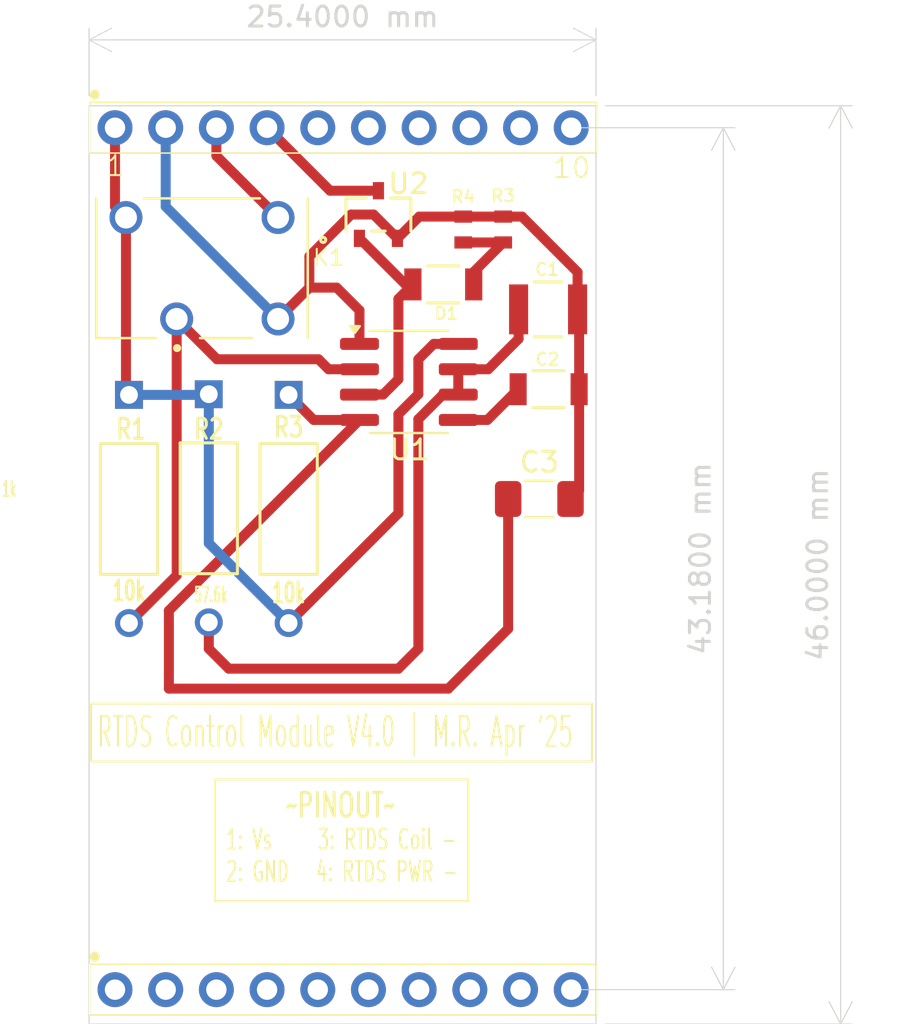
<source format=kicad_pcb>
(kicad_pcb (version 20240108) (generator "pcbnew") (generator_version "8.0")
  (layers (0 "F.Cu" signal) (31 "B.Cu" signal) (34 "B.Paste" user) (35 "F.Paste" user) (36 "B.SilkS" user "B.Silkscreen") (37 "F.SilkS" user "F.Silkscreen") (38 "B.Mask" user) (39 "F.Mask" user) (44 "Edge.Cuts" user))
  (net 0 "")
  (net 1 "Net-(U1-TR)")
  (net 2 "Net-(U1-GND)")
  (net 3 "Net-(U1-DIS)")
  (net 4 "Net-(D1-K)")
  (net 5 "Net-(D1-A)")
  (net 8 "Net-(J1-Pad3)")
  (net 9 "Net-(U2-D)")
  (net 14 "Net-(U1-CV)")
  (net 15 "Net-(U1-R)")
  (net 16 "RESET")
  (footprint "1k Resistor:STA_RMCF0603_STP-L" (layer "F.Cu") (at 68.25 30.5 90)
    (property "Reference" "R4" (at 1.64 0 0) (layer "F.SilkS") (effects (font (size 0.6 0.6) (thickness 0.1) (bold yes))))
    (property "Value" "1k")
    (pad "1" smd rect (at -0.6477 0 90) (size 0.6096 0.889) (layers "F.Cu" "F.Paste" "F.Mask") (net 4 "Net-(D1-K)"))
    (pad "2" smd rect (at 0.6477 0 90) (size 0.6096 0.889) (layers "F.Cu" "F.Paste" "F.Mask") (net 2 "Net-(U1-GND)"))
  )
  (footprint "Capacitor_SMD:C_1206_3216Metric_Pad1.33x1.80mm_HandSolder" (layer "F.Cu") (at 72.0625 44)
    (property "Reference" "C3" (at 0 -1.85 0) (layer "F.SilkS"))
    (property "Value" "10u")
    (fp_line (start -0.711252 -0.91) (end 0.711252 -0.91) (stroke (width 0.12)) (layer "F.SilkS"))
    (fp_line (start -0.711252 0.91) (end 0.711252 0.91) (stroke (width 0.12)) (layer "F.SilkS"))
    (pad "1" smd roundrect (at -1.5625 0) (size 1.325 1.8) (layers "F.Cu" "F.Paste" "F.Mask") (roundrect_rratio 0.188679) (net 16 "RESET"))
    (pad "2" smd roundrect (at 1.5625 0) (size 1.325 1.8) (layers "F.Cu" "F.Paste" "F.Mask") (roundrect_rratio 0.188679) (net 2 "Net-(U1-GND)"))
  )
  (footprint "NMOS:SOT23_INF" (layer "F.Cu") (at 64 29.75)
    (property "Reference" "U2" (at 1.5 -1.55 0) (layer "F.SilkS"))
    (property "Value" "IRLML2060TRPBF")
    (fp_line (start -1.6256 -0.8255) (end -1.6256 0.8255) (stroke (width 0.1524)) (layer "F.SilkS"))
    (fp_line (start -0.61214 -0.8255) (end -1.6256 -0.8255) (stroke (width 0.1524)) (layer "F.SilkS"))
    (fp_line (start -0.34036 0.8255) (end 0.34036 0.8255) (stroke (width 0.1524)) (layer "F.SilkS"))
    (fp_line (start 1.6256 -0.8255) (end 0.61214 -0.8255) (stroke (width 0.1524)) (layer "F.SilkS"))
    (fp_line (start 1.6256 0.8255) (end 1.6256 -0.8255) (stroke (width 0.1524)) (layer "F.SilkS"))
    (fp_circle (center -2.7686 1.27) (end -2.6416 1.27) (stroke (width 0.1524)) (fill none) (layer "F.SilkS"))
    (pad "1" smd rect (at -0.9525 1.1938) (size 0.5588 0.8636) (layers "F.Cu" "F.Paste" "F.Mask") (net 5 "Net-(D1-A)"))
    (pad "2" smd rect (at 0.9525 1.1938) (size 0.5588 0.8636) (layers "F.Cu" "F.Paste" "F.Mask") (net 2 "Net-(U1-GND)"))
    (pad "3" smd rect (at 0 -1.1938) (size 0.5588 0.8636) (layers "F.Cu" "F.Paste" "F.Mask") (net 9 "Net-(U2-D)"))
  )
  (footprint "Yellow RTDS LED:LED_AP3216SYD_KNB" (layer "F.Cu") (at 67.25 33.25 180)
    (property "Reference" "D1" (at -0.15 -1.45 0) (layer "F.SilkS") (effects (font (size 0.6 0.6) (thickness 0.1) (bold yes))))
    (property "Value" "LED (Test)")
    (fp_line (start 0.78465 -0.9271) (end -0.78465 -0.9271) (stroke (width 0.1524)) (layer "F.SilkS"))
    (fp_line (start -0.78465 0.9271) (end 0.78465 0.9271) (stroke (width 0.1524)) (layer "F.SilkS"))
    (pad "1" smd rect (at -1.524 0 180) (size 0.8636 1.6002) (layers "F.Cu" "F.Paste" "F.Mask") (net 4 "Net-(D1-K)"))
    (pad "2" smd rect (at 1.524 0 180) (size 0.8636 1.6002) (layers "F.Cu" "F.Paste" "F.Mask") (net 5 "Net-(D1-A)"))
  )
  (footprint "CF14JT10K0:STA_CF14_STP" (layer "F.Cu") (at 55.5 38.75 -90)
    (property "Reference" "R2" (at 1.75 0 0) (layer "F.SilkS") (effects (font (size 1 0.75))))
    (property "Value" "57.6k")
    (fp_line (start 2.4384 1.4351) (end 8.9916 1.4351) (stroke (width 0.1524)) (layer "F.SilkS"))
    (fp_line (start 8.9916 1.4351) (end 8.9916 -1.4351) (stroke (width 0.1524)) (layer "F.SilkS"))
    (fp_line (start 2.4384 -1.4351) (end 2.4384 1.4351) (stroke (width 0.1524)) (layer "F.SilkS"))
    (fp_line (start 8.9916 -1.4351) (end 2.4384 -1.4351) (stroke (width 0.1524)) (layer "F.SilkS"))
    (pad "1" thru_hole rect (at 0 0 270) (size 1.397 1.397) (drill 0.889) (layers "*.Cu" "*.Mask") (net 15 "Net-(U1-R)"))
    (pad "2" thru_hole circle (at 11.43 0 270) (size 1.397 1.397) (drill 0.889) (layers "*.Cu" "*.Mask") (net 3 "Net-(U1-DIS)"))
  )
  (footprint "RTDS Relay:RELAY_G6L-1P_DC5" (layer "F.Cu") (at 55.16 32.44)
    (property "Reference" "K1" (at 6.34 -0.54 0) (layer "F.SilkS") (effects (font (size 0.8 0.8) (thickness 0.1))))
    (property "Value" "G6L-1P_DC5")
    (fp_line (start -5.3 -3.5) (end -5.3 3.5) (stroke (width 0.127)) (layer "F.SilkS"))
    (fp_line (start -5.3 3.5) (end -2.3 3.5) (stroke (width 0.127)) (layer "F.SilkS"))
    (fp_line (start -0.1 3.5) (end 2.5 3.5) (stroke (width 0.127)) (layer "F.SilkS"))
    (fp_line (start 2.9 -3.5) (end -2.9 -3.5) (stroke (width 0.127)) (layer "F.SilkS"))
    (fp_line (start 5.3 3.5) (end 5.3 -3.5) (stroke (width 0.127)) (layer "F.SilkS"))
    (fp_circle (center -1.25 4) (end -1.15 4) (stroke (width 0.2)) (fill none) (layer "F.SilkS"))
    (pad "2" thru_hole circle (at -1.27 2.54) (size 1.65 1.65) (drill 1.1) (layers "*.Cu" "*.Mask") (net 1 "Net-(U1-TR)"))
    (pad "4" thru_hole circle (at 3.81 2.54) (size 1.65 1.65) (drill 1.1) (layers "*.Cu" "*.Mask") (net 2 "Net-(U1-GND)"))
    (pad "5" thru_hole circle (at 3.81 -2.54) (size 1.65 1.65) (drill 1.1) (layers "*.Cu" "*.Mask") (net 8 "Net-(J1-Pad3)"))
    (pad "8" thru_hole circle (at -3.81 -2.54) (size 1.65 1.65) (drill 1.1) (layers "*.Cu" "*.Mask") (net 15 "Net-(U1-R)"))
  )
  (footprint "10 pin output:1X10-2.54MM-THT" (layer "F.Cu") (at 50.8 68.58)
    (property "Reference" "J2" (hide yes))
    (property "Value" "PH1-10-UA")
    (fp_line (start -1.27 -1.27) (end -1.27 1.27) (stroke (width 0.0762)) (layer "F.SilkS"))
    (fp_line (start -1.27 -1.27) (end 24.13 -1.27) (stroke (width 0.0762)) (layer "F.SilkS"))
    (fp_line (start 24.13 -1.27) (end 24.13 1.27) (stroke (width 0.0762)) (layer "F.SilkS"))
    (fp_line (start 24.13 1.27) (end -1.27 1.27) (stroke (width 0.0762)) (layer "F.SilkS"))
    (fp_circle (center -1.016 -1.651) (end -0.762 -1.651) (fill solid) (layer "F.SilkS"))
    (pad "1" thru_hole circle (at 0 0) (size 1.75 1.75) (drill 1.02) (layers "*.Cu" "*.Mask"))
    (pad "2" thru_hole circle (at 2.54 0) (size 1.75 1.75) (drill 1.02) (layers "*.Cu" "*.Mask"))
    (pad "3" thru_hole circle (at 5.08 0) (size 1.75 1.75) (drill 1.02) (layers "*.Cu" "*.Mask"))
    (pad "4" thru_hole circle (at 7.62 0) (size 1.75 1.75) (drill 1.02) (layers "*.Cu" "*.Mask"))
    (pad "5" thru_hole circle (at 10.16 0) (size 1.75 1.75) (drill 1.02) (layers "*.Cu" "*.Mask"))
    (pad "6" thru_hole circle (at 12.7 0) (size 1.75 1.75) (drill 1.02) (layers "*.Cu" "*.Mask"))
    (pad "7" thru_hole circle (at 15.24 0) (size 1.75 1.75) (drill 1.02) (layers "*.Cu" "*.Mask"))
    (pad "8" thru_hole circle (at 17.78 0) (size 1.75 1.75) (drill 1.02) (layers "*.Cu" "*.Mask"))
    (pad "9" thru_hole circle (at 20.32 0) (size 1.75 1.75) (drill 1.02) (layers "*.Cu" "*.Mask"))
    (pad "10" thru_hole circle (at 22.86 0) (size 1.75 1.75) (drill 1.02) (layers "*.Cu" "*.Mask"))
  )
  (footprint "Capacitor 47u:CAP_CL32_SAM" (layer "F.Cu") (at 72.5 34.5)
    (property "Reference" "C1" (at -0.06 -2 0) (layer "F.SilkS") (effects (font (size 0.6 0.6) (thickness 0.1) (bold yes))))
    (property "Value" "47u")
    (fp_line (start -0.692451 1.377) (end 0.692451 1.377) (stroke (width 0.1524)) (layer "F.SilkS"))
    (fp_line (start 0.692451 -1.377) (end -0.692451 -1.377) (stroke (width 0.1524)) (layer "F.SilkS"))
    (pad "1" smd rect (at -1.477801 0) (size 0.9556 2.5) (layers "F.Cu" "F.Paste" "F.Mask") (net 3 "Net-(U1-DIS)"))
    (pad "2" smd rect (at 1.477801 0) (size 0.9556 2.5) (layers "F.Cu" "F.Paste" "F.Mask") (net 2 "Net-(U1-GND)"))
  )
  (footprint "CF14JT10K0:STA_CF14_STP" (layer "F.Cu") (at 51.5 38.785 -90)
    (property "Reference" "R1" (at 1.715 -0.1 0) (layer "F.SilkS") (effects (font (size 1 0.75))))
    (property "Value" "10k")
    (fp_line (start 2.4384 1.4351) (end 8.9916 1.4351) (stroke (width 0.1524)) (layer "F.SilkS"))
    (fp_line (start 8.9916 1.4351) (end 8.9916 -1.4351) (stroke (width 0.1524)) (layer "F.SilkS"))
    (fp_line (start 2.4384 -1.4351) (end 2.4384 1.4351) (stroke (width 0.1524)) (layer "F.SilkS"))
    (fp_line (start 8.9916 -1.4351) (end 2.4384 -1.4351) (stroke (width 0.1524)) (layer "F.SilkS"))
    (pad "1" thru_hole rect (at 0 0 270) (size 1.397 1.397) (drill 0.889) (layers "*.Cu" "*.Mask") (net 15 "Net-(U1-R)"))
    (pad "2" thru_hole circle (at 11.43 0 270) (size 1.397 1.397) (drill 0.889) (layers "*.Cu" "*.Mask") (net 1 "Net-(U1-TR)"))
  )
  (footprint "Package_SO:SOIC-8_3.9x4.9mm_P1.27mm" (layer "F.Cu") (at 65.525 38.135)
    (property "Reference" "U1" (at 0.04 3.4 0) (layer "F.SilkS"))
    (property "Value" "NE555D")
    (fp_line (start 0 -2.56) (end -1.95 -2.56) (stroke (width 0.12)) (layer "F.SilkS"))
    (fp_line (start 0 -2.56) (end 1.95 -2.56) (stroke (width 0.12)) (layer "F.SilkS"))
    (fp_line (start 0 2.56) (end -1.95 2.56) (stroke (width 0.12)) (layer "F.SilkS"))
    (fp_line (start 0 2.56) (end 1.95 2.56) (stroke (width 0.12)) (layer "F.SilkS"))
    (fp_poly (pts (xy -2.7 -2.465) (xy -2.94 -2.795) (xy -2.46 -2.795) (xy -2.7 -2.465)) (stroke (width 0.12)) (fill solid) (layer "F.SilkS"))
    (pad "1" smd roundrect (at -2.475 -1.905) (size 1.95 0.6) (layers "F.Cu" "F.Paste" "F.Mask") (net 2 "Net-(U1-GND)"))
    (pad "2" smd roundrect (at -2.475 -0.635) (size 1.95 0.6) (layers "F.Cu" "F.Paste" "F.Mask") (net 1 "Net-(U1-TR)"))
    (pad "3" smd roundrect (at -2.475 0.635) (size 1.95 0.6) (layers "F.Cu" "F.Paste" "F.Mask") (net 5 "Net-(D1-A)"))
    (pad "4" smd roundrect (at -2.475 1.905) (size 1.95 0.6) (layers "F.Cu" "F.Paste" "F.Mask") (net 16 "RESET"))
    (pad "5" smd roundrect (at 2.475 1.905) (size 1.95 0.6) (layers "F.Cu" "F.Paste" "F.Mask") (net 14 "Net-(U1-CV)"))
    (pad "6" smd roundrect (at 2.475 0.635) (size 1.95 0.6) (layers "F.Cu" "F.Paste" "F.Mask") (net 3 "Net-(U1-DIS)"))
    (pad "7" smd roundrect (at 2.475 -0.635) (size 1.95 0.6) (layers "F.Cu" "F.Paste" "F.Mask") (net 3 "Net-(U1-DIS)"))
    (pad "8" smd roundrect (at 2.475 -1.905) (size 1.95 0.6) (layers "F.Cu" "F.Paste" "F.Mask") (net 15 "Net-(U1-R)"))
  )
  (footprint "Capacitor 0.1u:CAP_CL31_SAM" (layer "F.Cu") (at 72.527801 38.5)
    (property "Reference" "C2" (at -0.06 -1.5 0) (layer "F.SilkS") (effects (font (size 0.6 0.6) (thickness 0.1) (bold yes))))
    (property "Value" "0.1u")
    (fp_line (start -0.792451 0.927) (end 0.792451 0.927) (stroke (width 0.1524)) (layer "F.SilkS"))
    (fp_line (start 0.792451 -0.927) (end -0.792451 -0.927) (stroke (width 0.1524)) (layer "F.SilkS"))
    (pad "1" smd rect (at -1.527801 0) (size 0.8556 1.6) (layers "F.Cu" "F.Paste" "F.Mask") (net 14 "Net-(U1-CV)"))
    (pad "2" smd rect (at 1.527801 0) (size 0.8556 1.6) (layers "F.Cu" "F.Paste" "F.Mask") (net 2 "Net-(U1-GND)"))
  )
  (footprint "1k Resistor:STA_RMCF0603_STP-L" (layer "F.Cu") (at 70.25 30.5 90)
    (property "Reference" "R3" (at 1.6877 0 0) (layer "F.SilkS") (effects (font (size 0.6 0.6) (thickness 0.1) (bold yes))))
    (property "Value" "1k")
    (pad "1" smd rect (at -0.6477 0 90) (size 0.6096 0.889) (layers "F.Cu" "F.Paste" "F.Mask") (net 4 "Net-(D1-K)"))
    (pad "2" smd rect (at 0.6477 0 90) (size 0.6096 0.889) (layers "F.Cu" "F.Paste" "F.Mask") (net 2 "Net-(U1-GND)"))
  )
  (footprint "CF14JT10K0:STA_CF14_STP" (layer "F.Cu") (at 59.5 38.785 -90)
    (property "Reference" "R3" (at 1.615 0 0) (layer "F.SilkS") (effects (font (size 1 0.75))))
    (property "Value" "10k")
    (fp_line (start 2.4384 1.4351) (end 8.9916 1.4351) (stroke (width 0.1524)) (layer "F.SilkS"))
    (fp_line (start 8.9916 1.4351) (end 8.9916 -1.4351) (stroke (width 0.1524)) (layer "F.SilkS"))
    (fp_line (start 2.4384 -1.4351) (end 2.4384 1.4351) (stroke (width 0.1524)) (layer "F.SilkS"))
    (fp_line (start 8.9916 -1.4351) (end 2.4384 -1.4351) (stroke (width 0.1524)) (layer "F.SilkS"))
    (pad "1" thru_hole rect (at 0 0 270) (size 1.397 1.397) (drill 0.889) (layers "*.Cu" "*.Mask") (net 16 "RESET"))
    (pad "2" thru_hole circle (at 11.43 0 270) (size 1.397 1.397) (drill 0.889) (layers "*.Cu" "*.Mask") (net 15 "Net-(U1-R)"))
  )
  (footprint "10 pin output:1X10-2.54MM-THT" (layer "F.Cu") (at 50.8 25.4)
    (property "Reference" "J1" (hide yes))
    (property "Value" "PH1-10-UA")
    (fp_line (start -1.27 -1.27) (end -1.27 1.27) (stroke (width 0.0762)) (layer "F.SilkS"))
    (fp_line (start -1.27 -1.27) (end 24.13 -1.27) (stroke (width 0.0762)) (layer "F.SilkS"))
    (fp_line (start 24.13 -1.27) (end 24.13 1.27) (stroke (width 0.0762)) (layer "F.SilkS"))
    (fp_line (start 24.13 1.27) (end -1.27 1.27) (stroke (width 0.0762)) (layer "F.SilkS"))
    (fp_circle (center -1.016 -1.651) (end -0.762 -1.651) (fill solid) (layer "F.SilkS"))
    (pad "1" thru_hole circle (at 0 0) (size 1.75 1.75) (drill 1.02) (layers "*.Cu" "*.Mask") (net 15 "Net-(U1-R)"))
    (pad "2" thru_hole circle (at 2.54 0) (size 1.75 1.75) (drill 1.02) (layers "*.Cu" "*.Mask") (net 2 "Net-(U1-GND)"))
    (pad "3" thru_hole circle (at 5.08 0) (size 1.75 1.75) (drill 1.02) (layers "*.Cu" "*.Mask") (net 8 "Net-(J1-Pad3)"))
    (pad "4" thru_hole circle (at 7.62 0) (size 1.75 1.75) (drill 1.02) (layers "*.Cu" "*.Mask") (net 9 "Net-(U2-D)"))
    (pad "5" thru_hole circle (at 10.16 0) (size 1.75 1.75) (drill 1.02) (layers "*.Cu" "*.Mask"))
    (pad "6" thru_hole circle (at 12.7 0) (size 1.75 1.75) (drill 1.02) (layers "*.Cu" "*.Mask"))
    (pad "7" thru_hole circle (at 15.24 0) (size 1.75 1.75) (drill 1.02) (layers "*.Cu" "*.Mask"))
    (pad "8" thru_hole circle (at 17.78 0) (size 1.75 1.75) (drill 1.02) (layers "*.Cu" "*.Mask"))
    (pad "9" thru_hole circle (at 20.32 0) (size 1.75 1.75) (drill 1.02) (layers "*.Cu" "*.Mask"))
    (pad "10" thru_hole circle (at 22.86 0) (size 1.75 1.75) (drill 1.02) (layers "*.Cu" "*.Mask"))
  )
  (gr_rect (start 49.6 54.25) (end 74.7 57.15) (stroke (width 0.1)) (fill none) (layer "F.SilkS"))
  (gr_rect (start 55.8 58.05) (end 68.5 64.15) (stroke (width 0.1)) (fill none) (layer "F.SilkS"))
  (gr_rect (start 49.5 24.3) (end 74.9 70.3) (stroke (width 0.05)) (fill none) (layer "Edge.Cuts"))
  (gr_text "10" (at 72.657619 28 0) (layer "F.SilkS") (effects (font (size 1 1) (thickness 0.1)) (justify left bottom)))
  (gr_text "1: Vs     3: RTDS Coil -\n2: GND   4: RTDS PWR -           " (at 56.3 63.25 0) (layer "F.SilkS") (effects (font (size 1 0.6) (thickness 0.1)) (justify left bottom)))
  (gr_text "~PINOUT~" (at 59.281191 60.05 0) (layer "F.SilkS") (effects (font (size 1.2 0.8) (thickness 0.15) (bold yes)) (justify left bottom)))
  (gr_text "10k" (at 51.5 48.6 0) (layer "F.SilkS") (effects (font (size 1 0.6))))
  (gr_text "1" (at 50.27381 27.9 0) (layer "F.SilkS") (effects (font (size 1 1) (thickness 0.1)) (justify left bottom)))
  (gr_text "RTDS Control Module V4.0 | M.R. Apr '25" (at 49.85 56.55 0) (layer "F.SilkS") (effects (font (size 1.5 0.75) (thickness 0.1)) (justify left bottom)))
  (gr_text "1k\n" (at 45.5 43.5 0) (layer "F.SilkS") (effects (font (size 0.75 0.4) (thickness 0.1))))
  (gr_text "10k" (at 59.5 48.7 0) (layer "F.SilkS") (effects (font (size 1 0.6))))
  (gr_text "57.6k" (at 55.6 48.8 0) (layer "F.SilkS") (effects (font (size 0.75 0.4) (thickness 0.1))))
  (dimension (type aligned) (layer "Edge.Cuts") (pts (xy 73.66 68.58) (xy 73.66 25.4)) (height 7.62) (gr_text "43.1800 mm" (at 80.13 46.99 90) (layer "Edge.Cuts") (effects (font (size 1 1) (thickness 0.15)))) (format (prefix "") (suffix "") (units 3) (units_format 1) (precision 4)) (style (thickness 0.05) (arrow_length 1.27) (text_position_mode 0) (extension_height 0.58642) (extension_offset 0.5) keep_text_aligned))
  (dimension (type aligned) (layer "Edge.Cuts") (pts (xy 74.86 24.3) (xy 74.86 70.3)) (height -12.3) (gr_text "46.0000 mm" (at 86.01 47.3 90) (layer "Edge.Cuts") (effects (font (size 1 1) (thickness 0.15)))) (format (prefix "") (suffix "") (units 3) (units_format 1) (precision 4)) (style (thickness 0.05) (arrow_length 1.27) (text_position_mode 0) (extension_height 0.58642) (extension_offset 0.5) keep_text_aligned))
  (dimension (type aligned) (layer "Edge.Cuts") (pts (xy 74.9 24.3) (xy 49.5 24.3)) (height 3.299999) (gr_text "25.4000 mm" (at 62.2 19.850001 0) (layer "Edge.Cuts") (effects (font (size 1 1) (thickness 0.15)))) (format (prefix "") (suffix "") (units 3) (units_format 1) (precision 4)) (style (thickness 0.05) (arrow_length 1.27) (text_position_mode 0) (extension_height 0.58642) (extension_offset 0.5) keep_text_aligned))
  (segment (start 55.91 37) (end 53.89 34.98) (width 0.5) (layer "F.Cu") (net 1))
  (segment (start 51.5 50.215) (end 53.89 47.825) (width 0.5) (layer "F.Cu") (net 1))
  (segment (start 61 37) (end 55.91 37) (width 0.5) (layer "F.Cu") (net 1))
  (segment (start 53.89 47.825) (end 53.89 34.98) (width 0.5) (layer "F.Cu") (net 1))
  (segment (start 63.05 37.5) (end 61.5 37.5) (width 0.5) (layer "F.Cu") (net 1))
  (segment (start 61.5 37.5) (end 61 37) (width 0.5) (layer "F.Cu") (net 1))
  (segment (start 64.9525 30.9438) (end 66.044 29.8523) (width 0.5) (layer "F.Cu") (net 2))
  (segment (start 66.044 29.8523) (end 68.25 29.8523) (width 0.5) (layer "F.Cu") (net 2))
  (segment (start 60.5399 33.4101) (end 61.9101 33.4101) (width 0.5) (layer "F.Cu") (net 2))
  (segment (start 61.9101 33.4101) (end 63.05 34.55) (width 0.5) (layer "F.Cu") (net 2))
  (segment (start 70.25 29.8523) (end 71.1945 29.8523) (width 0.5) (layer "F.Cu") (net 2))
  (segment (start 73.977801 32.635601) (end 73.977801 34.5) (width 0.5) (layer "F.Cu") (net 2))
  (segment (start 71.1945 29.8523) (end 73.977801 32.635601) (width 0.5) (layer "F.Cu") (net 2))
  (segment (start 73.625 44) (end 74.055602 43.569398) (width 0.5) (layer "F.Cu") (net 2))
  (segment (start 74.055602 38.5) (end 74.055602 34.577801) (width 0.5) (layer "F.Cu") (net 2))
  (segment (start 74.055602 43.569398) (end 74.055602 38.5) (width 0.5) (layer "F.Cu") (net 2))
  (segment (start 63.7587 29.75) (end 62.6301 29.75) (width 0.5) (layer "F.Cu") (net 2))
  (segment (start 74.055602 34.577801) (end 73.977801 34.5) (width 0.5) (layer "F.Cu") (net 2))
  (segment (start 58.97 34.98) (end 60.5399 33.4101) (width 0.5) (layer "F.Cu") (net 2))
  (segment (start 62.6301 29.75) (end 60.5399 31.8402) (width 0.5) (layer "F.Cu") (net 2))
  (segment (start 64.9525 30.9438) (end 63.7587 29.75) (width 0.5) (layer "F.Cu") (net 2))
  (segment (start 63.05 34.55) (end 63.05 36.23) (width 0.5) (layer "F.Cu") (net 2))
  (segment (start 60.5399 31.8402) (end 60.5399 33.4101) (width 0.5) (layer "F.Cu") (net 2))
  (segment (start 70.25 29.8523) (end 68.25 29.8523) (width 0.5) (layer "F.Cu") (net 2))
  (segment (start 53.34 25.4) (end 53.34 29.35) (width 0.5) (layer "B.Cu") (net 2))
  (segment (start 53.34 29.35) (end 58.97 34.98) (width 0.5) (layer "B.Cu") (net 2))
  (segment (start 55.5 51.5) (end 55.5 50.18) (width 0.5) (layer "F.Cu") (net 3))
  (segment (start 66 40) (end 66 51.5) (width 0.5) (layer "F.Cu") (net 3))
  (segment (start 68 37.5) (end 69.5 37.5) (width 0.5) (layer "F.Cu") (net 3))
  (segment (start 65 52.5) (end 56.5 52.5) (width 0.5) (layer "F.Cu") (net 3))
  (segment (start 68 38.77) (end 67.23 38.77) (width 0.5) (layer "F.Cu") (net 3))
  (segment (start 67.23 38.77) (end 66 40) (width 0.5) (layer "F.Cu") (net 3))
  (segment (start 71.022199 35.977801) (end 71.022199 34.5) (width 0.5) (layer "F.Cu") (net 3))
  (segment (start 56.5 52.5) (end 55.5 51.5) (width 0.5) (layer "F.Cu") (net 3))
  (segment (start 66 51.5) (end 65 52.5) (width 0.5) (layer "F.Cu") (net 3))
  (segment (start 68 37.5) (end 68 38.77) (width 0.5) (layer "F.Cu") (net 3))
  (segment (start 69.5 37.5) (end 71.022199 35.977801) (width 0.5) (layer "F.Cu") (net 3))
  (segment (start 70.25 31.1477) (end 68.25 31.1477) (width 0.5) (layer "F.Cu") (net 4))
  (segment (start 68.774 32.6237) (end 70.25 31.1477) (width 0.5) (layer "F.Cu") (net 4))
  (segment (start 68.774 33.25) (end 68.774 32.6237) (width 0.5) (layer "F.Cu") (net 4))
  (segment (start 65.726 33.25) (end 65.3537 33.25) (width 0.5) (layer "F.Cu") (net 5))
  (segment (start 65 33.976) (end 65.726 33.25) (width 0.5) (layer "F.Cu") (net 5))
  (segment (start 65 38) (end 65 33.976) (width 0.5) (layer "F.Cu") (net 5))
  (segment (start 64 31.8963) (end 63.0475 30.9438) (width 0.5) (layer "F.Cu") (net 5))
  (segment (start 63.05 38.77) (end 64.23 38.77) (width 0.5) (layer "F.Cu") (net 5))
  (segment (start 65.3537 33.25) (end 64 31.8963) (width 0.5) (layer "F.Cu") (net 5))
  (segment (start 64.23 38.77) (end 65 38) (width 0.5) (layer "F.Cu") (net 5))
  (segment (start 55.88 25.4) (end 55.88 26.81) (width 0.5) (layer "F.Cu") (net 8))
  (segment (start 55.88 26.81) (end 58.97 29.9) (width 0.5) (layer "F.Cu") (net 8))
  (segment (start 58.42 25.4) (end 61.5762 28.5562) (width 0.5) (layer "F.Cu") (net 9))
  (segment (start 61.5762 28.5562) (end 64 28.5562) (width 0.5) (layer "F.Cu") (net 9))
  (segment (start 69.46 40.04) (end 68 40.04) (width 0.5) (layer "F.Cu") (net 14))
  (segment (start 71 38.5) (end 69.46 40.04) (width 0.5) (layer "F.Cu") (net 14))
  (segment (start 59.5 50.215) (end 65 44.715) (width 0.5) (layer "F.Cu") (net 15))
  (segment (start 51.35 29.9) (end 51.35 38.635) (width 0.5) (layer "F.Cu") (net 15))
  (segment (start 50.8 29.35) (end 51.35 29.9) (width 0.5) (layer "F.Cu") (net 15))
  (segment (start 51.535 38.75) (end 51.5 38.785) (width 0.5) (layer "F.Cu") (net 15))
  (segment (start 65 39.75) (end 66 38.75) (width 0.5) (layer "F.Cu") (net 15))
  (segment (start 51.35 38.635) (end 51.5 38.785) (width 0.5) (layer "F.Cu") (net 15))
  (segment (start 66.77 36.23) (end 68 36.23) (width 0.5) (layer "F.Cu") (net 15))
  (segment (start 66 38.75) (end 66 37) (width 0.5) (layer "F.Cu") (net 15))
  (segment (start 65 44.715) (end 65 39.75) (width 0.5) (layer "F.Cu") (net 15))
  (segment (start 66 37) (end 66.77 36.23) (width 0.5) (layer "F.Cu") (net 15))
  (segment (start 50.8 25.4) (end 50.8 29.35) (width 0.5) (layer "F.Cu") (net 15))
  (segment (start 55.465 38.785) (end 55.5 38.75) (width 0.5) (layer "B.Cu") (net 15))
  (segment (start 55.5 38.75) (end 55.5 46.215) (width 0.5) (layer "B.Cu") (net 15))
  (segment (start 51.5 38.785) (end 55.465 38.785) (width 0.5) (layer "B.Cu") (net 15))
  (segment (start 55.5 46.215) (end 59.5 50.215) (width 0.5) (layer "B.Cu") (net 15))
  (segment (start 67.5 53.5) (end 70.5 50.5) (width 0.5) (layer "F.Cu") (net 16))
  (segment (start 70.5 50.5) (end 70.5 44) (width 0.5) (layer "F.Cu") (net 16))
  (segment (start 63.05 40.04) (end 60.755 40.04) (width 0.5) (layer "F.Cu") (net 16))
  (segment (start 53.5 53.5) (end 67.5 53.5) (width 0.5) (layer "F.Cu") (net 16))
  (segment (start 60.755 40.04) (end 59.5 38.785) (width 0.5) (layer "F.Cu") (net 16))
  (segment (start 53.5 49.59) (end 53.5 53.5) (width 0.5) (layer "F.Cu") (net 16))
  (segment (start 63.05 40.04) (end 53.5 49.59) (width 0.5) (layer "F.Cu") (net 16))
)
</source>
